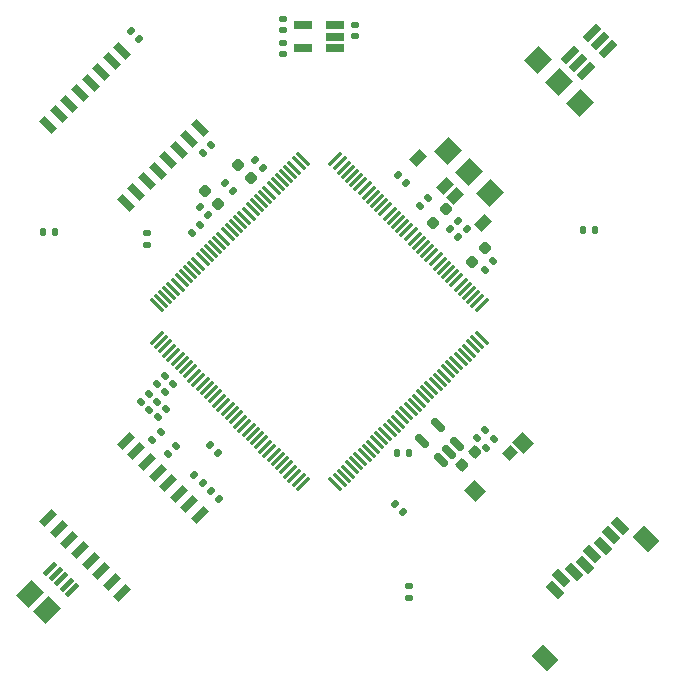
<source format=gbr>
G04 #@! TF.GenerationSoftware,KiCad,Pcbnew,5.99.0-unknown-29c2f3b7d4~131~ubuntu20.04.1*
G04 #@! TF.CreationDate,2021-09-13T23:51:00+03:00*
G04 #@! TF.ProjectId,FreeEEG32-alpha131,46726565-4545-4473-9332-2d616c706861,rev?*
G04 #@! TF.SameCoordinates,Original*
G04 #@! TF.FileFunction,Paste,Bot*
G04 #@! TF.FilePolarity,Positive*
%FSLAX46Y46*%
G04 Gerber Fmt 4.6, Leading zero omitted, Abs format (unit mm)*
G04 Created by KiCad (PCBNEW 5.99.0-unknown-29c2f3b7d4~131~ubuntu20.04.1) date 2021-09-13 23:51:00*
%MOMM*%
%LPD*%
G01*
G04 APERTURE LIST*
G04 Aperture macros list*
%AMRoundRect*
0 Rectangle with rounded corners*
0 $1 Rounding radius*
0 $2 $3 $4 $5 $6 $7 $8 $9 X,Y pos of 4 corners*
0 Add a 4 corners polygon primitive as box body*
4,1,4,$2,$3,$4,$5,$6,$7,$8,$9,$2,$3,0*
0 Add four circle primitives for the rounded corners*
1,1,$1+$1,$2,$3*
1,1,$1+$1,$4,$5*
1,1,$1+$1,$6,$7*
1,1,$1+$1,$8,$9*
0 Add four rect primitives between the rounded corners*
20,1,$1+$1,$2,$3,$4,$5,0*
20,1,$1+$1,$4,$5,$6,$7,0*
20,1,$1+$1,$6,$7,$8,$9,0*
20,1,$1+$1,$8,$9,$2,$3,0*%
%AMRotRect*
0 Rectangle, with rotation*
0 The origin of the aperture is its center*
0 $1 length*
0 $2 width*
0 $3 Rotation angle, in degrees counterclockwise*
0 Add horizontal line*
21,1,$1,$2,0,0,$3*%
G04 Aperture macros list end*
%ADD10RotRect,1.560000X0.650000X45.000000*%
%ADD11RoundRect,0.147500X-0.017678X0.226274X-0.226274X0.017678X0.017678X-0.226274X0.226274X-0.017678X0*%
%ADD12RoundRect,0.218750X0.335876X0.026517X0.026517X0.335876X-0.335876X-0.026517X-0.026517X-0.335876X0*%
%ADD13RoundRect,0.147500X0.017678X-0.226274X0.226274X-0.017678X-0.017678X0.226274X-0.226274X0.017678X0*%
%ADD14RoundRect,0.147500X0.226274X0.017678X0.017678X0.226274X-0.226274X-0.017678X-0.017678X-0.226274X0*%
%ADD15RotRect,1.550000X0.300000X45.000000*%
%ADD16RotRect,1.550000X0.300000X315.000000*%
%ADD17RotRect,1.500000X0.600000X45.000000*%
%ADD18RotRect,0.900000X1.200000X315.000000*%
%ADD19RoundRect,0.147500X-0.226274X-0.017678X-0.017678X-0.226274X0.226274X0.017678X0.017678X0.226274X0*%
%ADD20RoundRect,0.218750X-0.026517X0.335876X-0.335876X0.026517X0.026517X-0.335876X0.335876X-0.026517X0*%
%ADD21RotRect,1.500000X0.600000X135.000000*%
%ADD22RotRect,0.400000X1.350000X135.000000*%
%ADD23RotRect,1.500000X1.900000X135.000000*%
%ADD24RotRect,1.400000X1.900000X225.000000*%
%ADD25RotRect,1.300000X1.400000X225.000000*%
%ADD26RotRect,0.800000X1.500000X225.000000*%
%ADD27RotRect,1.000000X0.950000X225.000000*%
%ADD28RotRect,0.900000X1.200000X135.000000*%
%ADD29RoundRect,0.147500X-0.147500X-0.172500X0.147500X-0.172500X0.147500X0.172500X-0.147500X0.172500X0*%
%ADD30RoundRect,0.147500X0.172500X-0.147500X0.172500X0.147500X-0.172500X0.147500X-0.172500X-0.147500X0*%
%ADD31RoundRect,0.218750X0.026517X-0.335876X0.335876X-0.026517X-0.026517X0.335876X-0.335876X0.026517X0*%
%ADD32RotRect,1.700000X1.600000X225.000000*%
%ADD33RoundRect,0.140000X-0.170000X0.140000X-0.170000X-0.140000X0.170000X-0.140000X0.170000X0.140000X0*%
%ADD34RoundRect,0.135000X0.135000X0.185000X-0.135000X0.185000X-0.135000X-0.185000X0.135000X-0.185000X0*%
%ADD35RoundRect,0.140000X0.170000X-0.140000X0.170000X0.140000X-0.170000X0.140000X-0.170000X-0.140000X0*%
%ADD36R,1.560000X0.650000*%
%ADD37RoundRect,0.225000X-0.017678X0.335876X-0.335876X0.017678X0.017678X-0.335876X0.335876X-0.017678X0*%
%ADD38RoundRect,0.135000X-0.135000X-0.185000X0.135000X-0.185000X0.135000X0.185000X-0.135000X0.185000X0*%
%ADD39RoundRect,0.150000X0.468458X-0.256326X-0.256326X0.468458X-0.468458X0.256326X0.256326X-0.468458X0*%
%ADD40RoundRect,0.135000X-0.185000X0.135000X-0.185000X-0.135000X0.185000X-0.135000X0.185000X0.135000X0*%
G04 APERTURE END LIST*
D10*
X22577157Y21214910D03*
X21905406Y21886662D03*
X21233654Y22558413D03*
X23142843Y24467602D03*
X23814594Y23795850D03*
X24486346Y23124099D03*
D11*
X-14389053Y-6083253D03*
X-15074947Y-6769147D03*
D12*
X-8587153Y9984153D03*
X-9700847Y11097847D03*
D13*
X14160453Y-10655347D03*
X14846347Y-9969453D03*
X-13042947Y-5981747D03*
X-12357053Y-5295853D03*
D14*
X-9436053Y9055053D03*
X-10121947Y9740947D03*
D15*
X-1378858Y-13753227D03*
X-1732412Y-13399674D03*
X-2085965Y-13046120D03*
X-2439518Y-12692567D03*
X-2793072Y-12339013D03*
X-3146625Y-11985460D03*
X-3500179Y-11631907D03*
X-3853732Y-11278353D03*
X-4207285Y-10924800D03*
X-4560839Y-10571246D03*
X-4914392Y-10217693D03*
X-5267946Y-9864140D03*
X-5621499Y-9510586D03*
X-5975052Y-9157033D03*
X-6328606Y-8803479D03*
X-6682159Y-8449926D03*
X-7035712Y-8096373D03*
X-7389266Y-7742819D03*
X-7742819Y-7389266D03*
X-8096373Y-7035712D03*
X-8449926Y-6682159D03*
X-8803479Y-6328606D03*
X-9157033Y-5975052D03*
X-9510586Y-5621499D03*
X-9864140Y-5267946D03*
X-10217693Y-4914392D03*
X-10571246Y-4560839D03*
X-10924800Y-4207285D03*
X-11278353Y-3853732D03*
X-11631907Y-3500179D03*
X-11985460Y-3146625D03*
X-12339013Y-2793072D03*
X-12692567Y-2439518D03*
X-13046120Y-2085965D03*
X-13399674Y-1732412D03*
X-13753227Y-1378858D03*
D16*
X-13753227Y1378858D03*
X-13399674Y1732412D03*
X-13046120Y2085965D03*
X-12692567Y2439518D03*
X-12339013Y2793072D03*
X-11985460Y3146625D03*
X-11631907Y3500179D03*
X-11278353Y3853732D03*
X-10924800Y4207285D03*
X-10571246Y4560839D03*
X-10217693Y4914392D03*
X-9864140Y5267946D03*
X-9510586Y5621499D03*
X-9157033Y5975052D03*
X-8803479Y6328606D03*
X-8449926Y6682159D03*
X-8096373Y7035712D03*
X-7742819Y7389266D03*
X-7389266Y7742819D03*
X-7035712Y8096373D03*
X-6682159Y8449926D03*
X-6328606Y8803479D03*
X-5975052Y9157033D03*
X-5621499Y9510586D03*
X-5267946Y9864140D03*
X-4914392Y10217693D03*
X-4560839Y10571246D03*
X-4207285Y10924800D03*
X-3853732Y11278353D03*
X-3500179Y11631907D03*
X-3146625Y11985460D03*
X-2793072Y12339013D03*
X-2439518Y12692567D03*
X-2085965Y13046120D03*
X-1732412Y13399674D03*
X-1378858Y13753227D03*
D15*
X1378858Y13753227D03*
X1732412Y13399674D03*
X2085965Y13046120D03*
X2439518Y12692567D03*
X2793072Y12339013D03*
X3146625Y11985460D03*
X3500179Y11631907D03*
X3853732Y11278353D03*
X4207285Y10924800D03*
X4560839Y10571246D03*
X4914392Y10217693D03*
X5267946Y9864140D03*
X5621499Y9510586D03*
X5975052Y9157033D03*
X6328606Y8803479D03*
X6682159Y8449926D03*
X7035712Y8096373D03*
X7389266Y7742819D03*
X7742819Y7389266D03*
X8096373Y7035712D03*
X8449926Y6682159D03*
X8803479Y6328606D03*
X9157033Y5975052D03*
X9510586Y5621499D03*
X9864140Y5267946D03*
X10217693Y4914392D03*
X10571246Y4560839D03*
X10924800Y4207285D03*
X11278353Y3853732D03*
X11631907Y3500179D03*
X11985460Y3146625D03*
X12339013Y2793072D03*
X12692567Y2439518D03*
X13046120Y2085965D03*
X13399674Y1732412D03*
X13753227Y1378858D03*
D16*
X13753227Y-1378858D03*
X13399674Y-1732412D03*
X13046120Y-2085965D03*
X12692567Y-2439518D03*
X12339013Y-2793072D03*
X11985460Y-3146625D03*
X11631907Y-3500179D03*
X11278353Y-3853732D03*
X10924800Y-4207285D03*
X10571246Y-4560839D03*
X10217693Y-4914392D03*
X9864140Y-5267946D03*
X9510586Y-5621499D03*
X9157033Y-5975052D03*
X8803479Y-6328606D03*
X8449926Y-6682159D03*
X8096373Y-7035712D03*
X7742819Y-7389266D03*
X7389266Y-7742819D03*
X7035712Y-8096373D03*
X6682159Y-8449926D03*
X6328606Y-8803479D03*
X5975052Y-9157033D03*
X5621499Y-9510586D03*
X5267946Y-9864140D03*
X4914392Y-10217693D03*
X4560839Y-10571246D03*
X4207285Y-10924800D03*
X3853732Y-11278353D03*
X3500179Y-11631907D03*
X3146625Y-11985460D03*
X2793072Y-12339013D03*
X2439518Y-12692567D03*
X2085965Y-13046120D03*
X1732412Y-13399674D03*
X1378858Y-13753227D03*
D11*
X-13423853Y-9309053D03*
X-14109747Y-9994947D03*
D17*
X-16654957Y-22941136D03*
X-17552983Y-22043111D03*
X-18451008Y-21145085D03*
X-19349034Y-20247059D03*
X-20247059Y-19349034D03*
X-21145085Y-18451008D03*
X-22043111Y-17552983D03*
X-22941136Y-16654957D03*
X-16365043Y-10078864D03*
X-15467017Y-10976889D03*
X-14568992Y-11874915D03*
X-13670966Y-12772941D03*
X-12772941Y-13670966D03*
X-11874915Y-14568992D03*
X-10976889Y-15467017D03*
X-10078864Y-16365043D03*
D11*
X14731917Y5105066D03*
X14046023Y4419172D03*
D18*
X11533274Y10672982D03*
X13866726Y8339530D03*
D14*
X12484147Y7861253D03*
X11798253Y8547147D03*
D19*
X-9232947Y-10452053D03*
X-8547053Y-11137947D03*
D20*
X10716847Y9506257D03*
X9603153Y8392563D03*
D14*
X7327947Y11722053D03*
X6642053Y12407947D03*
D19*
X-10553747Y-12941253D03*
X-9867853Y-13627147D03*
D11*
X-12128453Y-10502853D03*
X-12814347Y-11188747D03*
D12*
X-5793153Y12143153D03*
X-6906847Y13256847D03*
D11*
X-13703253Y-6769053D03*
X-14389147Y-7454947D03*
D21*
X-10078864Y16365043D03*
X-10976889Y15467017D03*
X-11874915Y14568992D03*
X-12772941Y13670966D03*
X-13670966Y12772941D03*
X-14568992Y11874915D03*
X-15467017Y10976889D03*
X-16365043Y10078864D03*
X-22941136Y16654957D03*
X-22043111Y17552983D03*
X-21145085Y18451008D03*
X-20247059Y19349034D03*
X-19349034Y20247059D03*
X-18451008Y21145085D03*
X-17552983Y22043111D03*
X-16654957Y22941136D03*
D11*
X-9182053Y14947947D03*
X-9867947Y14262053D03*
D22*
X-20906618Y-22745095D03*
X-21366237Y-22285476D03*
X-21825856Y-21825856D03*
X-22285476Y-21366237D03*
X-22745095Y-20906618D03*
D23*
X-24442151Y-23027938D03*
X-23027938Y-24442151D03*
D24*
X19107710Y-28444210D03*
D25*
X13238724Y-14302074D03*
D24*
X27699058Y-18438649D03*
D25*
X17269232Y-10271565D03*
D26*
X20005736Y-22752000D03*
X20500710Y-21691340D03*
X21561371Y-21196365D03*
X22480609Y-20559969D03*
X23117006Y-19640730D03*
X24036244Y-19004334D03*
X24672640Y-18085095D03*
X25450458Y-17307278D03*
D27*
X16130791Y-11098880D03*
D19*
X6388053Y-15405053D03*
X7073947Y-16090947D03*
D14*
X-4737053Y12992053D03*
X-5422947Y13677947D03*
D28*
X10691726Y11514530D03*
X8358274Y13847982D03*
D29*
X6627000Y-11099800D03*
X7597000Y-11099800D03*
D13*
X-10756947Y7531053D03*
X-10071053Y8216947D03*
D11*
X9232947Y10488975D03*
X8547053Y9803081D03*
D14*
X11772947Y7150053D03*
X11087053Y7835947D03*
D30*
X-14605000Y6500000D03*
X-14605000Y7470000D03*
D31*
X12942105Y5094272D03*
X14055799Y6207966D03*
D11*
X-12941253Y-7404053D03*
X-13627147Y-8089947D03*
D13*
X-13703347Y-5270547D03*
X-13017453Y-4584653D03*
D19*
X-15963947Y24599947D03*
X-15278053Y23914053D03*
D14*
X-8496253Y-14998747D03*
X-9182147Y-14312853D03*
D13*
X13373053Y-9867947D03*
X14058947Y-9182053D03*
D19*
X-7962947Y11772947D03*
X-7277053Y11087053D03*
D32*
X18532325Y22124428D03*
X20328377Y20328377D03*
X22124428Y18532325D03*
X14487675Y10895572D03*
X12691623Y12691623D03*
X10895572Y14487675D03*
D33*
X-3048000Y25626000D03*
X-3048000Y24666000D03*
D34*
X-22350000Y7620000D03*
X-23370000Y7620000D03*
D35*
X-3048000Y22634000D03*
X-3048000Y23594000D03*
D36*
X1350000Y25080000D03*
X1350000Y24130000D03*
X1350000Y23180000D03*
X-1350000Y23180000D03*
X-1350000Y25080000D03*
D37*
X13197208Y-11059792D03*
X12101192Y-12155808D03*
D38*
X22350000Y7747000D03*
X23370000Y7747000D03*
D39*
X11686885Y-10343383D03*
X11015134Y-11015134D03*
X10343383Y-11686885D03*
X8734715Y-10078217D03*
X10078217Y-8734715D03*
D33*
X3048000Y25118000D03*
X3048000Y24158000D03*
D40*
X7620000Y-22350000D03*
X7620000Y-23370000D03*
M02*

</source>
